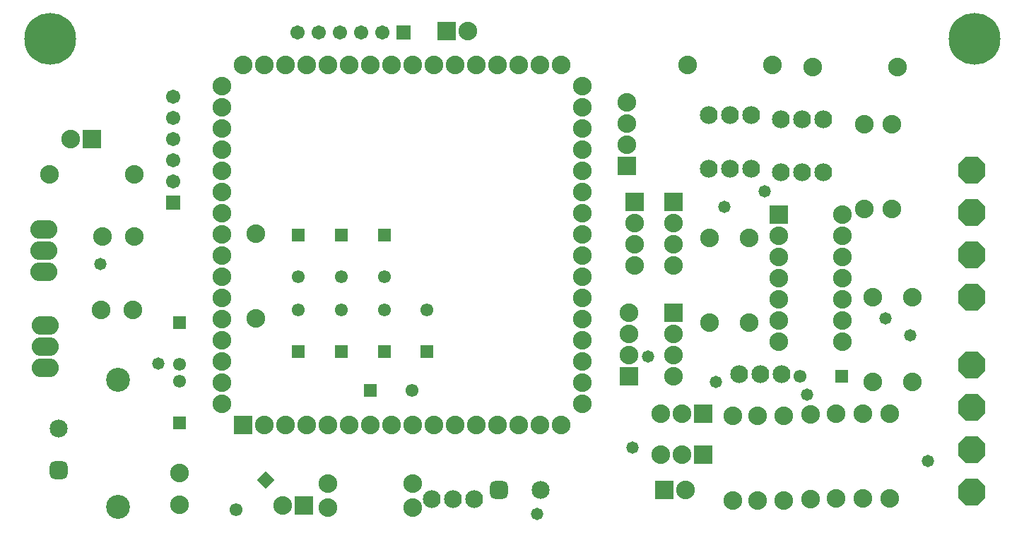
<source format=gbs>
G04*
G04 #@! TF.GenerationSoftware,Altium Limited,Altium Designer,22.5.1 (42)*
G04*
G04 Layer_Color=16711935*
%FSLAX25Y25*%
%MOIN*%
G70*
G04*
G04 #@! TF.SameCoordinates,4BF25F8D-FF95-44F9-8C9D-AD32542E46D1*
G04*
G04*
G04 #@! TF.FilePolarity,Negative*
G04*
G01*
G75*
%ADD16C,0.08800*%
%ADD17R,0.08800X0.08800*%
%ADD18C,0.11300*%
%ADD19O,0.12800X0.08800*%
%ADD20R,0.08800X0.08800*%
%ADD21P,0.13855X8X112.5*%
%ADD22C,0.08400*%
%ADD23C,0.24422*%
%ADD24R,0.06115X0.06115*%
%ADD25C,0.06115*%
%ADD26R,0.06115X0.06115*%
G04:AMPARAMS|DCode=27|XSize=84.77mil|YSize=84.77mil|CornerRadius=23.19mil|HoleSize=0mil|Usage=FLASHONLY|Rotation=0.000|XOffset=0mil|YOffset=0mil|HoleType=Round|Shape=RoundedRectangle|*
%AMROUNDEDRECTD27*
21,1,0.08477,0.03839,0,0,0.0*
21,1,0.03839,0.08477,0,0,0.0*
1,1,0.04639,0.01919,-0.01919*
1,1,0.04639,-0.01919,-0.01919*
1,1,0.04639,-0.01919,0.01919*
1,1,0.04639,0.01919,0.01919*
%
%ADD27ROUNDEDRECTD27*%
%ADD28C,0.08477*%
G04:AMPARAMS|DCode=29|XSize=84.77mil|YSize=84.77mil|CornerRadius=23.19mil|HoleSize=0mil|Usage=FLASHONLY|Rotation=90.000|XOffset=0mil|YOffset=0mil|HoleType=Round|Shape=RoundedRectangle|*
%AMROUNDEDRECTD29*
21,1,0.08477,0.03839,0,0,90.0*
21,1,0.03839,0.08477,0,0,90.0*
1,1,0.04639,0.01919,0.01919*
1,1,0.04639,0.01919,-0.01919*
1,1,0.04639,-0.01919,-0.01919*
1,1,0.04639,-0.01919,0.01919*
%
%ADD29ROUNDEDRECTD29*%
%ADD30P,0.08648X4X270.0*%
%ADD31R,0.06706X0.06706*%
%ADD32C,0.06706*%
%ADD33R,0.06706X0.06706*%
%ADD34C,0.05800*%
D16*
X269000Y207500D02*
D03*
Y197500D02*
D03*
Y187500D02*
D03*
Y177500D02*
D03*
Y167500D02*
D03*
Y157500D02*
D03*
Y147500D02*
D03*
Y137500D02*
D03*
Y57500D02*
D03*
Y67500D02*
D03*
Y77500D02*
D03*
Y87500D02*
D03*
Y97500D02*
D03*
Y107500D02*
D03*
Y117500D02*
D03*
Y127500D02*
D03*
X179000Y217500D02*
D03*
X169000D02*
D03*
X159000D02*
D03*
X149000D02*
D03*
X139000D02*
D03*
X129000D02*
D03*
X119000D02*
D03*
X109000D02*
D03*
X189000D02*
D03*
X199000D02*
D03*
X209000D02*
D03*
X219000D02*
D03*
X229000D02*
D03*
X239000D02*
D03*
X249000D02*
D03*
X259000D02*
D03*
X99000Y127500D02*
D03*
Y117500D02*
D03*
Y107500D02*
D03*
Y97500D02*
D03*
Y87500D02*
D03*
Y77500D02*
D03*
Y67500D02*
D03*
Y57500D02*
D03*
Y137500D02*
D03*
Y147500D02*
D03*
Y157500D02*
D03*
Y167500D02*
D03*
Y177500D02*
D03*
Y187500D02*
D03*
Y197500D02*
D03*
Y207500D02*
D03*
X259000Y47500D02*
D03*
X249000D02*
D03*
X239000D02*
D03*
X229000D02*
D03*
X219000D02*
D03*
X209000D02*
D03*
X199000D02*
D03*
X189000D02*
D03*
X119000D02*
D03*
X129000D02*
D03*
X139000D02*
D03*
X149000D02*
D03*
X159000D02*
D03*
X169000D02*
D03*
X179000D02*
D03*
X79000Y10000D02*
D03*
Y25000D02*
D03*
X57500Y136500D02*
D03*
X42500D02*
D03*
X57000Y102000D02*
D03*
X42000D02*
D03*
X391500Y147000D02*
D03*
Y137000D02*
D03*
Y127000D02*
D03*
Y117000D02*
D03*
Y107000D02*
D03*
Y97000D02*
D03*
Y87000D02*
D03*
X361500D02*
D03*
Y97000D02*
D03*
Y107000D02*
D03*
Y117000D02*
D03*
Y127000D02*
D03*
Y137000D02*
D03*
X290000Y200000D02*
D03*
Y190000D02*
D03*
Y180000D02*
D03*
X293500Y123000D02*
D03*
Y133000D02*
D03*
Y143000D02*
D03*
X291000Y100500D02*
D03*
Y90500D02*
D03*
Y80500D02*
D03*
X312000Y123000D02*
D03*
Y133000D02*
D03*
Y143000D02*
D03*
Y70500D02*
D03*
Y80500D02*
D03*
Y90500D02*
D03*
X316000Y33500D02*
D03*
X306000D02*
D03*
X316000Y53000D02*
D03*
X306000D02*
D03*
X317500Y17000D02*
D03*
X215000Y233500D02*
D03*
X27500Y182500D02*
D03*
X127500Y9500D02*
D03*
X17500Y166000D02*
D03*
X57500D02*
D03*
X115000Y98000D02*
D03*
Y138000D02*
D03*
X189000Y20000D02*
D03*
X149000D02*
D03*
Y8500D02*
D03*
X189000D02*
D03*
X376500Y12500D02*
D03*
Y52500D02*
D03*
X424500Y108000D02*
D03*
Y68000D02*
D03*
X414000Y53000D02*
D03*
Y13000D02*
D03*
X364000Y52000D02*
D03*
Y12000D02*
D03*
X406000Y108000D02*
D03*
Y68000D02*
D03*
X351750Y12000D02*
D03*
Y52000D02*
D03*
X388750Y13000D02*
D03*
Y53000D02*
D03*
X401375Y13000D02*
D03*
Y53000D02*
D03*
X340000Y12000D02*
D03*
Y52000D02*
D03*
X318500Y217500D02*
D03*
X358500D02*
D03*
X417500Y216500D02*
D03*
X377500D02*
D03*
X415000Y189500D02*
D03*
Y149500D02*
D03*
X402000Y189500D02*
D03*
Y149500D02*
D03*
X347500Y96000D02*
D03*
Y136000D02*
D03*
X329000Y96000D02*
D03*
Y136000D02*
D03*
D17*
X109000Y47500D02*
D03*
X361500Y147000D02*
D03*
X326000Y33500D02*
D03*
Y53000D02*
D03*
X307500Y17000D02*
D03*
X205000Y233500D02*
D03*
X37500Y182500D02*
D03*
X137500Y9500D02*
D03*
D18*
X50000Y9000D02*
D03*
Y69000D02*
D03*
D19*
X15000Y130000D02*
D03*
Y140000D02*
D03*
Y120000D02*
D03*
X15500Y84500D02*
D03*
Y94500D02*
D03*
Y74500D02*
D03*
D20*
X290000Y170000D02*
D03*
X293500Y153000D02*
D03*
X291000Y70500D02*
D03*
X312000Y153000D02*
D03*
Y100500D02*
D03*
D21*
X452500Y148000D02*
D03*
Y128000D02*
D03*
Y108000D02*
D03*
Y168000D02*
D03*
Y56000D02*
D03*
Y36000D02*
D03*
Y16000D02*
D03*
Y76000D02*
D03*
D22*
X343000Y71500D02*
D03*
X353000D02*
D03*
X363000D02*
D03*
X198000Y12500D02*
D03*
X208000D02*
D03*
X218000D02*
D03*
X382500Y167000D02*
D03*
X372500D02*
D03*
X362500D02*
D03*
X382500Y192000D02*
D03*
X372500D02*
D03*
X362500D02*
D03*
X328500Y168500D02*
D03*
X338500D02*
D03*
X348500D02*
D03*
X328500Y194000D02*
D03*
X338500D02*
D03*
X348500D02*
D03*
D23*
X453784Y230000D02*
D03*
X18000Y229784D02*
D03*
D24*
X169000Y64000D02*
D03*
X391342Y70500D02*
D03*
D25*
X188685Y64000D02*
D03*
X175500Y117657D02*
D03*
X155250D02*
D03*
X135000D02*
D03*
X135000Y101842D02*
D03*
X155250D02*
D03*
X175500D02*
D03*
X195500D02*
D03*
X105580Y7581D02*
D03*
X79000Y68343D02*
D03*
X79000Y76157D02*
D03*
X371657Y70500D02*
D03*
D26*
X175500Y137343D02*
D03*
X155250D02*
D03*
X135000D02*
D03*
X135000Y82157D02*
D03*
X155250D02*
D03*
X175500D02*
D03*
X195500D02*
D03*
X79000Y48658D02*
D03*
X79000Y95842D02*
D03*
D27*
X229500Y17000D02*
D03*
D28*
X249185D02*
D03*
X21969Y45842D02*
D03*
D29*
Y26158D02*
D03*
D30*
X119500Y21500D02*
D03*
D31*
X76000Y152500D02*
D03*
D32*
Y162500D02*
D03*
Y172500D02*
D03*
Y182500D02*
D03*
Y192500D02*
D03*
Y202500D02*
D03*
X174500Y233000D02*
D03*
X164500D02*
D03*
X154500D02*
D03*
X144500D02*
D03*
X134500D02*
D03*
D33*
X184500D02*
D03*
D34*
X300000Y80000D02*
D03*
X292500Y37000D02*
D03*
X423500Y90000D02*
D03*
X412000Y98000D02*
D03*
X355000Y158000D02*
D03*
X336000Y150500D02*
D03*
X432000Y30531D02*
D03*
X332000Y68000D02*
D03*
X375000Y62000D02*
D03*
X247500Y5500D02*
D03*
X41500Y123500D02*
D03*
X69000Y76500D02*
D03*
M02*

</source>
